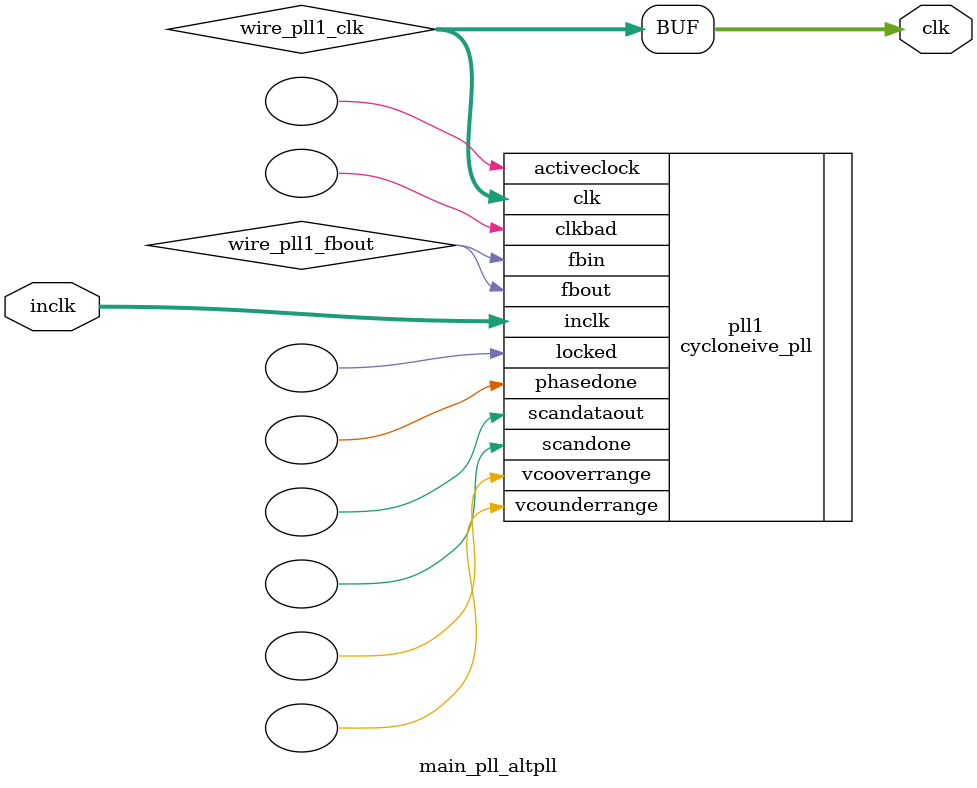
<source format=v>






//synthesis_resources = cycloneive_pll 1 
//synopsys translate_off
`timescale 1 ps / 1 ps
//synopsys translate_on
module  main_pll_altpll
	( 
	clk,
	inclk) /* synthesis synthesis_clearbox=1 */;
	output   [4:0]  clk;
	input   [1:0]  inclk;
`ifndef ALTERA_RESERVED_QIS
// synopsys translate_off
`endif
	tri0   [1:0]  inclk;
`ifndef ALTERA_RESERVED_QIS
// synopsys translate_on
`endif

	wire  [4:0]   wire_pll1_clk;
	wire  wire_pll1_fbout;

	cycloneive_pll   pll1
	( 
	.activeclock(),
	.clk(wire_pll1_clk),
	.clkbad(),
	.fbin(wire_pll1_fbout),
	.fbout(wire_pll1_fbout),
	.inclk(inclk),
	.locked(),
	.phasedone(),
	.scandataout(),
	.scandone(),
	.vcooverrange(),
	.vcounderrange()
	`ifndef FORMAL_VERIFICATION
	// synopsys translate_off
	`endif
	,
	.areset(1'b0),
	.clkswitch(1'b0),
	.configupdate(1'b0),
	.pfdena(1'b1),
	.phasecounterselect({3{1'b0}}),
	.phasestep(1'b0),
	.phaseupdown(1'b0),
	.scanclk(1'b0),
	.scanclkena(1'b1),
	.scandata(1'b0)
	`ifndef FORMAL_VERIFICATION
	// synopsys translate_on
	`endif
	);
	defparam
		pll1.bandwidth_type = "auto",
		pll1.clk0_divide_by = 50,
		pll1.clk0_duty_cycle = 50,
		pll1.clk0_multiply_by = 50,
		pll1.clk0_phase_shift = "0",
		pll1.compensate_clock = "clk0",
		pll1.inclk0_input_frequency = 50,
		pll1.operation_mode = "normal",
		pll1.pll_type = "auto",
		pll1.lpm_type = "cycloneive_pll";
	assign
		clk = {wire_pll1_clk[4:0]};
endmodule //main_pll_altpll
//VALID FILE

</source>
